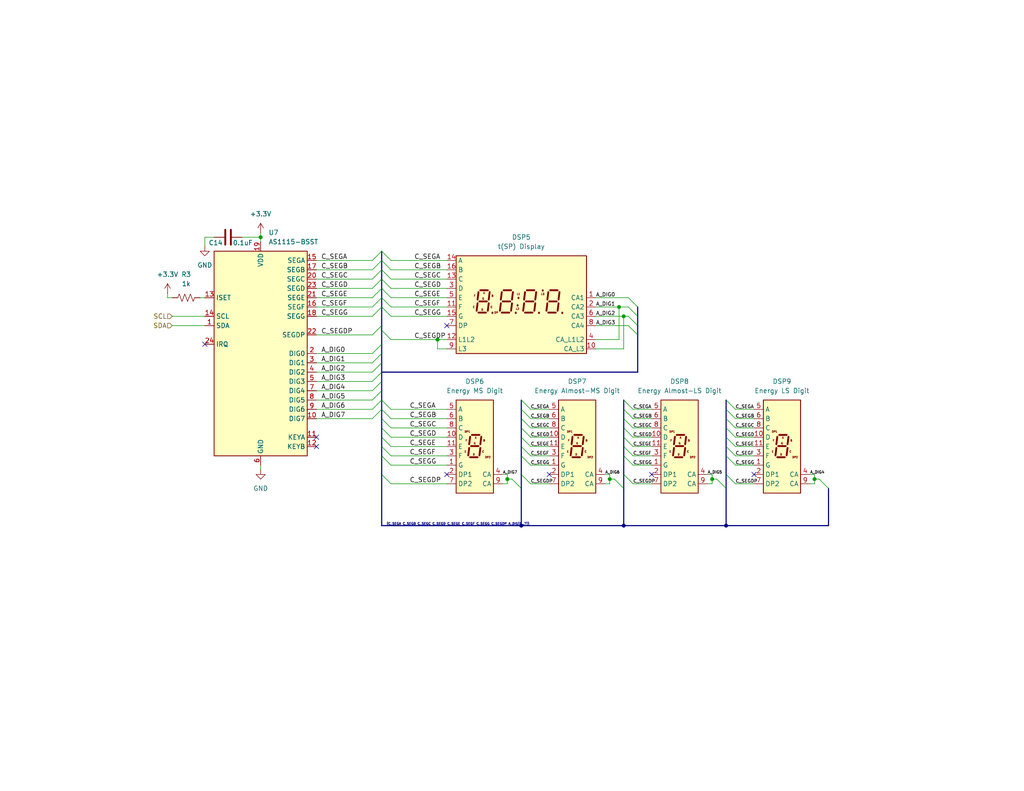
<source format=kicad_sch>
(kicad_sch (version 20250114) (generator "eeschema") (generator_version "9.0")
  (paper "USLetter")
  (lib_symbols
    (symbol "Device:C" (pin_numbers (hide yes)) (pin_names (offset 0.254))
      (property "Reference" "C" (at 0.635 2.54 0))
      (property "Value" "C" (at 0.635 -2.54 0))
      (symbol "C_0_1"
        (polyline (pts (xy -2.032 0.762) (xy 2.032 0.762)) (stroke (width 0.508)))
        (polyline (pts (xy -2.032 -0.762) (xy 2.032 -0.762)) (stroke (width 0.508)))
      )
      (symbol "C_1_1"
        (pin passive line (at 0 3.81 270) (length 2.794) (name "~") (number "1"))
        (pin passive line (at 0 -3.81 90) (length 2.794) (name "~") (number "2"))
      )
    )
    (symbol "Device:R_US" (pin_numbers (hide yes)) (pin_names (offset 0))
      (property "Reference" "R" (at 2.54 0 90))
      (property "Value" "R_US" (at -2.54 0 90))
      (symbol "R_US_0_1"
        (polyline (pts (xy 0 2.286) (xy 0 2.54)))
        (polyline (pts (xy 0 2.286) (xy 1.016 1.905) (xy 0 1.524) (xy -1.016 1.143) (xy 0 0.762)))
        (polyline (pts (xy 0 0.762) (xy 1.016 0.381) (xy 0 0) (xy -1.016 -0.381) (xy 0 -0.762)))
        (polyline (pts (xy 0 -0.762) (xy 1.016 -1.143) (xy 0 -1.524) (xy -1.016 -1.905) (xy 0 -2.286)))
        (polyline (pts (xy 0 -2.286) (xy 0 -2.54)))
      )
      (symbol "R_US_1_1"
        (pin passive line (at 0 3.81 270) (length 1.27) (name "~") (number "1"))
        (pin passive line (at 0 -3.81 90) (length 1.27) (name "~") (number "2"))
      )
    )
    (symbol "Interface_Expansion:AS1115-BSST"
      (property "Reference" "U7" (at 2.1433 33.02 0))
      (property "Value" "AS1115-BSST" (at 2.1433 30.48 0))
      (symbol "AS1115-BSST_0_1"
        (rectangle (start -12.7 27.94) (end 12.7 -27.94) (stroke (width 0.254)) (fill (type background)))
      )
      (symbol "AS1115-BSST_1_1"
        (pin passive line (at -15.24 15.24 0) (length 2.54) (name "ISET") (number "13"))
        (pin input line (at -15.24 10.16 0) (length 2.54) (name "SCL") (number "14"))
        (pin bidirectional line (at -15.24 7.62 0) (length 2.54) (name "SDA") (number "1"))
        (pin open_collector line (at -15.24 2.54 0) (length 2.54) (name "IRQ") (number "24"))
        (pin power_in line (at 0 30.48 270) (length 2.54) (name "VDD") (number "19"))
        (pin power_in line (at 0 -30.48 90) (length 2.54) (name "GND") (number "6"))
        (pin output line (at 15.24 25.4 180) (length 2.54) (name "SEGA") (number "15"))
        (pin output line (at 15.24 22.86 180) (length 2.54) (name "SEGB") (number "17"))
        (pin output line (at 15.24 20.32 180) (length 2.54) (name "SEGC") (number "20"))
        (pin output line (at 15.24 17.78 180) (length 2.54) (name "SEGD") (number "23"))
        (pin output line (at 15.24 15.24 180) (length 2.54) (name "SEGE") (number "21"))
        (pin output line (at 15.24 12.7 180) (length 2.54) (name "SEGF") (number "16"))
        (pin output line (at 15.24 10.16 180) (length 2.54) (name "SEGG") (number "18"))
        (pin output line (at 15.24 5.08 180) (length 2.54) (name "SEGDP") (number "22"))
        (pin output line (at 15.24 0 180) (length 2.54) (name "DIG0") (number "2"))
        (pin output line (at 15.24 -2.54 180) (length 2.54) (name "DIG1") (number "3"))
        (pin output line (at 15.24 -5.08 180) (length 2.54) (name "DIG2") (number "4"))
        (pin output line (at 15.24 -7.62 180) (length 2.54) (name "DIG3") (number "5"))
        (pin output line (at 15.24 -10.16 180) (length 2.54) (name "DIG4") (number "7"))
        (pin output line (at 15.24 -12.7 180) (length 2.54) (name "DIG5") (number "8"))
        (pin output line (at 15.24 -15.24 180) (length 2.54) (name "DIG6") (number "9"))
        (pin output line (at 15.24 -17.78 180) (length 2.54) (name "DIG7") (number "10"))
        (pin open_collector line (at 15.24 -22.86 180) (length 2.54) (name "KEYA") (number "11"))
        (pin open_collector line (at 15.24 -25.4 180) (length 2.54) (name "KEYB") (number "12"))
      )
    )
    (symbol "power:+3.3V" (power) (pin_numbers (hide yes)) (pin_names (offset 0) (hide yes))
      (property "Value" "+3.3V" (at 0 3.556 0))
      (symbol "+3.3V_0_1"
        (polyline (pts (xy -0.762 1.27) (xy 0 2.54)))
        (polyline (pts (xy 0 2.54) (xy 0.762 1.27)))
        (polyline (pts (xy 0 0) (xy 0 2.54)))
      )
      (symbol "+3.3V_1_1"
        (pin power_in line (at 0 0 90) (length 0) (name "~") (number "1"))
      )
    )
    (symbol "power:GND" (power) (pin_numbers (hide yes)) (pin_names (offset 0) (hide yes))
      (property "Value" "GND" (at 0 -3.81 0))
      (symbol "GND_0_1"
        (polyline (pts (xy 0 0) (xy 0 -1.27) (xy 1.27 -1.27) (xy 0 -2.54) (xy -1.27 -1.27) (xy 0 -1.27)))
      )
      (symbol "GND_1_1"
        (pin power_in line (at 0 0 270) (length 0) (name "~") (number "1"))
      )
    )
    (symbol "sen_LED:HDSM-281x"
      (property "Reference" "DSP" (at -3.81 13.97 0))
      (property "Value" "HDSM-281x" (at 6.35 13.97 0))
      (symbol "HDSM-281x_1_0"
        (text "E" (at -2.54 -1.397 0) (effects (font (size 0.508 0.508))))
        (text "F" (at -2.286 1.651 0) (effects (font (size 0.508 0.508))))
        (text "D" (at -0.254 -2.159 0) (effects (font (size 0.508 0.508))))
        (text "G" (at 0 0.889 0) (effects (font (size 0.508 0.508))))
        (text "A" (at 0.254 2.413 0) (effects (font (size 0.508 0.508))))
        (text "C" (at 2.286 -1.397 0) (effects (font (size 0.508 0.508))))
        (text "B" (at 2.54 1.651 0) (effects (font (size 0.508 0.508))))
      )
      (symbol "HDSM-281x_1_1"
        (rectangle (start -5.08 12.7) (end 5.08 -12.7) (stroke (width 0.254)) (fill (type background)))
        (polyline (pts (xy -1.524 -0.381) (xy -1.778 -2.413)) (stroke (width 0.508)))
        (polyline (pts (xy -1.27 2.667) (xy -1.524 0.635)) (stroke (width 0.508)))
        (polyline (pts (xy -1.27 -2.921) (xy 0.762 -2.921)) (stroke (width 0.508)))
        (polyline (pts (xy -1.016 0.127) (xy 1.016 0.127)) (stroke (width 0.508)))
        (polyline (pts (xy -0.762 3.175) (xy 1.27 3.175)) (stroke (width 0.508)))
        (polyline (pts (xy 1.524 -0.381) (xy 1.27 -2.413)) (stroke (width 0.508)))
        (polyline (pts (xy 1.778 2.667) (xy 1.524 0.635)) (stroke (width 0.508)))
        (polyline (pts (xy 2.54 -2.921) (xy 2.54 -2.921)) (stroke (width 0.508)))
        (text "DP1" (at -2.032 4.064 0) (effects (font (size 0.508 0.508))))
        (text "DP2" (at 3.556 -2.921 0) (effects (font (size 0.508 0.508))))
        (pin input line (at -7.62 10.16 0) (length 2.54) (name "A") (number "5"))
        (pin input line (at -7.62 7.62 0) (length 2.54) (name "B") (number "6"))
        (pin input line (at -7.62 5.08 0) (length 2.54) (name "C") (number "8"))
        (pin input line (at -7.62 2.54 0) (length 2.54) (name "D") (number "10"))
        (pin input line (at -7.62 0 0) (length 2.54) (name "E") (number "11"))
        (pin input line (at -7.62 -2.54 0) (length 2.54) (name "F") (number "3"))
        (pin input line (at -7.62 -5.08 0) (length 2.54) (name "G") (number "1"))
        (pin input line (at -7.62 -7.62 0) (length 2.54) (name "DP1") (number "2"))
        (pin input line (at -7.62 -10.16 0) (length 2.54) (name "DP2") (number "7"))
        (pin input line (at 7.62 -7.62 180) (length 2.54) (name "CA") (number "4"))
        (pin input line (at 7.62 -10.16 180) (length 2.54) (name "CA") (number "9"))
      )
    )
    (symbol "sen_LED:MSQC4xx1C"
      (property "Reference" "U" (at -17.78 12.7 0))
      (property "Value" "MSQC4xx1C" (at 17.78 12.7 0))
      (symbol "MSQC4xx1C_0_1"
        (rectangle (start -17.78 11.43) (end 17.78 -15.24) (stroke (width 0.254)) (fill (type background)))
        (polyline (pts (xy -6.604 -4.953) (xy -6.604 -4.953)) (stroke (width 0.254)))
      )
      (symbol "MSQC4xx1C_1_0"
        (text "E" (at -12.954 -2.54 0) (effects (font (size 0.508 0.508))))
        (text "F" (at -12.7 0.508 0) (effects (font (size 0.508 0.508))))
        (text "D" (at -10.668 -3.302 0) (effects (font (size 0.508 0.508))))
        (text "G" (at -10.414 -0.254 0) (effects (font (size 0.508 0.508))))
        (text "A" (at -10.16 1.27 0) (effects (font (size 0.508 0.508))))
        (text "C" (at -8.128 -2.54 0) (effects (font (size 0.508 0.508))))
        (text "B" (at -7.874 0.508 0) (effects (font (size 0.508 0.508))))
        (text "DP" (at -6.858 -4.064 0) (effects (font (size 0.508 0.508))))
        (text "L2" (at -1.016 -3.048 0) (effects (font (size 0.508 0.508))))
        (text "L1" (at -0.762 1.016 0) (effects (font (size 0.508 0.508))))
        (text "L3" (at 5.842 1.016 0) (effects (font (size 0.508 0.508))))
      )
      (symbol "MSQC4xx1C_1_1"
        (polyline (pts (xy -11.938 -1.524) (xy -12.192 -3.556)) (stroke (width 0.508)))
        (polyline (pts (xy -11.684 1.524) (xy -11.938 -0.508)) (stroke (width 0.508)))
        (polyline (pts (xy -11.684 -4.064) (xy -9.652 -4.064)) (stroke (width 0.508)))
        (polyline (pts (xy -11.43 -1.016) (xy -9.398 -1.016)) (stroke (width 0.508)))
        (polyline (pts (xy -11.176 2.032) (xy -9.144 2.032)) (stroke (width 0.508)))
        (polyline (pts (xy -8.89 -1.524) (xy -9.144 -3.556)) (stroke (width 0.508)))
        (polyline (pts (xy -8.636 1.524) (xy -8.89 -0.508)) (stroke (width 0.508)))
        (polyline (pts (xy -7.874 -4.191) (xy -7.874 -4.064)) (stroke (width 0.508)))
        (polyline (pts (xy -5.588 -1.524) (xy -5.842 -3.556)) (stroke (width 0.508)))
        (polyline (pts (xy -5.334 1.524) (xy -5.588 -0.508)) (stroke (width 0.508)))
        (polyline (pts (xy -5.334 -4.064) (xy -3.302 -4.064)) (stroke (width 0.508)))
        (polyline (pts (xy -5.08 -1.016) (xy -3.048 -1.016)) (stroke (width 0.508)))
        (polyline (pts (xy -4.826 2.032) (xy -2.794 2.032)) (stroke (width 0.508)))
        (polyline (pts (xy -2.54 -1.524) (xy -2.794 -3.556)) (stroke (width 0.508)))
        (polyline (pts (xy -2.286 1.524) (xy -2.54 -0.508)) (stroke (width 0.508)))
        (polyline (pts (xy -1.524 -4.191) (xy -1.524 -4.064)) (stroke (width 0.508)))
        (polyline (pts (xy -1.016 -2.159) (xy -1.016 -2.032)) (stroke (width 0.508)))
        (polyline (pts (xy -0.762 -0.127) (xy -0.762 0)) (stroke (width 0.508)))
        (polyline (pts (xy 0.762 -1.524) (xy 0.508 -3.556)) (stroke (width 0.508)))
        (polyline (pts (xy 1.016 1.524) (xy 0.762 -0.508)) (stroke (width 0.508)))
        (polyline (pts (xy 1.016 -4.064) (xy 3.048 -4.064)) (stroke (width 0.508)))
        (polyline (pts (xy 1.27 -1.016) (xy 3.302 -1.016)) (stroke (width 0.508)))
        (polyline (pts (xy 1.524 2.032) (xy 3.556 2.032)) (stroke (width 0.508)))
        (polyline (pts (xy 3.81 -1.524) (xy 3.556 -3.556)) (stroke (width 0.508)))
        (polyline (pts (xy 4.064 1.524) (xy 3.81 -0.508)) (stroke (width 0.508)))
        (polyline (pts (xy 4.826 -4.191) (xy 4.826 -4.064)) (stroke (width 0.508)))
        (polyline (pts (xy 5.842 1.905) (xy 5.842 2.032)) (stroke (width 0.508)))
        (polyline (pts (xy 7.112 -1.524) (xy 6.858 -3.556)) (stroke (width 0.508)))
        (polyline (pts (xy 7.366 1.524) (xy 7.112 -0.508)) (stroke (width 0.508)))
        (polyline (pts (xy 7.366 -4.064) (xy 9.398 -4.064)) (stroke (width 0.508)))
        (polyline (pts (xy 7.62 -1.016) (xy 9.652 -1.016)) (stroke (width 0.508)))
        (polyline (pts (xy 7.874 2.032) (xy 9.906 2.032)) (stroke (width 0.508)))
        (polyline (pts (xy 10.16 -1.524) (xy 9.906 -3.556)) (stroke (width 0.508)))
        (polyline (pts (xy 10.414 1.524) (xy 10.16 -0.508)) (stroke (width 0.508)))
        (polyline (pts (xy 11.176 -4.191) (xy 11.176 -4.064)) (stroke (width 0.508)))
        (pin input line (at -20.32 10.16 0) (length 2.54) (name "A") (number "14"))
        (pin input line (at -20.32 7.62 0) (length 2.54) (name "B") (number "16"))
        (pin input line (at -20.32 5.08 0) (length 2.54) (name "C") (number "13"))
        (pin input line (at -20.32 2.54 0) (length 2.54) (name "D") (number "3"))
        (pin input line (at -20.32 0 0) (length 2.54) (name "E") (number "5"))
        (pin input line (at -20.32 -2.54 0) (length 2.54) (name "F") (number "11"))
        (pin input line (at -20.32 -5.08 0) (length 2.54) (name "G") (number "15"))
        (pin input line (at -20.32 -7.62 0) (length 2.54) (name "DP") (number "7"))
        (pin input line (at -20.32 -11.43 0) (length 2.54) (name "L1L2") (number "12"))
        (pin input line (at -20.32 -13.97 0) (length 2.54) (name "L3") (number "9"))
        (pin input line (at 20.32 0 180) (length 2.54) (name "CA1") (number "1"))
        (pin input line (at 20.32 -2.54 180) (length 2.54) (name "CA2") (number "2"))
        (pin input line (at 20.32 -5.08 180) (length 2.54) (name "CA3") (number "6"))
        (pin input line (at 20.32 -7.62 180) (length 2.54) (name "CA4") (number "8"))
        (pin input line (at 20.32 -11.43 180) (length 2.54) (name "CA_L1L2") (number "4"))
        (pin input line (at 20.32 -13.97 180) (length 2.54) (name "CA_L3") (number "10"))
      )
    )
  )
  (junction (at 119.38 92.71))
  (junction (at 194.31 130.81))
  (junction (at 142.24 143.51))
  (junction (at 71.12 64.77))
  (junction (at 168.91 83.82))
  (junction (at 198.12 143.51))
  (junction (at 222.25 130.81))
  (junction (at 138.43 130.81))
  (junction (at 166.37 130.81))
  (junction (at 170.18 143.51))
  (junction (at 170.18 86.36))
  (no_connect (at 121.92 129.54))
  (no_connect (at 86.36 121.92))
  (no_connect (at 149.86 129.54))
  (no_connect (at 121.92 88.9))
  (no_connect (at 177.8 129.54))
  (no_connect (at 86.36 119.38))
  (no_connect (at 55.88 93.98))
  (no_connect (at 205.74 129.54))
  (bus_entry (at 106.68 127) (size -2.54 -2.54))
  (bus_entry (at 104.14 81.28) (size -2.54 2.54))
  (bus_entry (at 172.72 114.3) (size -2.54 -2.54))
  (bus_entry (at 200.66 124.46) (size -2.54 -2.54))
  (bus_entry (at 200.66 114.3) (size -2.54 -2.54))
  (bus_entry (at 171.45 88.9) (size 2.54 2.54))
  (bus_entry (at 104.14 78.74) (size 2.54 2.54))
  (bus_entry (at 200.66 119.38) (size -2.54 -2.54))
  (bus_entry (at 106.68 124.46) (size -2.54 -2.54))
  (bus_entry (at 200.66 111.76) (size -2.54 -2.54))
  (bus_entry (at 144.78 111.76) (size -2.54 -2.54))
  (bus_entry (at 172.72 121.92) (size -2.54 -2.54))
  (bus_entry (at 200.66 127) (size -2.54 -2.54))
  (bus_entry (at 172.72 124.46) (size -2.54 -2.54))
  (bus_entry (at 104.14 109.22) (size -2.54 2.54))
  (bus_entry (at 106.68 132.08) (size -2.54 -2.54))
  (bus_entry (at 104.14 68.58) (size -2.54 2.54))
  (bus_entry (at 104.14 104.14) (size -2.54 2.54))
  (bus_entry (at 104.14 88.9) (size -2.54 2.54))
  (bus_entry (at 172.72 119.38) (size -2.54 -2.54))
  (bus_entry (at 104.14 71.12) (size 2.54 2.54))
  (bus_entry (at 195.58 130.81) (size 2.54 2.54))
  (bus_entry (at 171.45 83.82) (size 2.54 2.54))
  (bus_entry (at 104.14 111.76) (size -2.54 2.54))
  (bus_entry (at 104.14 90.17) (size 2.54 2.54))
  (bus_entry (at 106.68 121.92) (size -2.54 -2.54))
  (bus_entry (at 171.45 81.28) (size 2.54 2.54))
  (bus_entry (at 171.45 86.36) (size 2.54 2.54))
  (bus_entry (at 104.14 99.06) (size -2.54 2.54))
  (bus_entry (at 172.72 111.76) (size -2.54 -2.54))
  (bus_entry (at 144.78 121.92) (size -2.54 -2.54))
  (bus_entry (at 104.14 73.66) (size -2.54 2.54))
  (bus_entry (at 106.68 119.38) (size -2.54 -2.54))
  (bus_entry (at 144.78 132.08) (size -2.54 -2.54))
  (bus_entry (at 223.52 130.81) (size 2.54 2.54))
  (bus_entry (at 104.14 96.52) (size -2.54 2.54))
  (bus_entry (at 144.78 124.46) (size -2.54 -2.54))
  (bus_entry (at 104.14 93.98) (size -2.54 2.54))
  (bus_entry (at 104.14 106.68) (size -2.54 2.54))
  (bus_entry (at 104.14 73.66) (size 2.54 2.54))
  (bus_entry (at 144.78 114.3) (size -2.54 -2.54))
  (bus_entry (at 144.78 119.38) (size -2.54 -2.54))
  (bus_entry (at 106.68 116.84) (size -2.54 -2.54))
  (bus_entry (at 104.14 101.6) (size -2.54 2.54))
  (bus_entry (at 104.14 83.82) (size -2.54 2.54))
  (bus_entry (at 200.66 116.84) (size -2.54 -2.54))
  (bus_entry (at 139.7 130.81) (size 2.54 2.54))
  (bus_entry (at 106.68 114.3) (size -2.54 -2.54))
  (bus_entry (at 144.78 116.84) (size -2.54 -2.54))
  (bus_entry (at 167.64 130.81) (size 2.54 2.54))
  (bus_entry (at 104.14 68.58) (size 2.54 2.54))
  (bus_entry (at 200.66 121.92) (size -2.54 -2.54))
  (bus_entry (at 104.14 71.12) (size -2.54 2.54))
  (bus_entry (at 200.66 132.08) (size -2.54 -2.54))
  (bus_entry (at 144.78 127) (size -2.54 -2.54))
  (bus_entry (at 172.72 127) (size -2.54 -2.54))
  (bus_entry (at 104.14 76.2) (size 2.54 2.54))
  (bus_entry (at 172.72 132.08) (size -2.54 -2.54))
  (bus_entry (at 104.14 83.82) (size 2.54 2.54))
  (bus_entry (at 104.14 76.2) (size -2.54 2.54))
  (bus_entry (at 104.14 81.28) (size 2.54 2.54))
  (bus_entry (at 172.72 116.84) (size -2.54 -2.54))
  (bus_entry (at 104.14 78.74) (size -2.54 2.54))
  (bus_entry (at 106.68 111.76) (size -2.54 -2.54))
  (wire (pts (xy 86.36 73.66) (xy 101.6 73.66)))
  (wire (pts (xy 86.36 96.52) (xy 101.6 96.52)))
  (wire (pts (xy 222.25 130.81) (xy 222.25 132.08)))
  (wire (pts (xy 200.66 121.92) (xy 205.74 121.92)))
  (wire (pts (xy 166.37 132.08) (xy 166.37 130.81)))
  (bus (pts (xy 198.12 111.76) (xy 198.12 114.3)))
  (wire (pts (xy 66.04 64.77) (xy 71.12 64.77)))
  (wire (pts (xy 172.72 127) (xy 177.8 127)))
  (wire (pts (xy 222.25 129.54) (xy 222.25 130.81)))
  (wire (pts (xy 86.36 101.6) (xy 101.6 101.6)))
  (wire (pts (xy 144.78 119.38) (xy 149.86 119.38)))
  (wire (pts (xy 86.36 114.3) (xy 101.6 114.3)))
  (bus (pts (xy 198.12 114.3) (xy 198.12 116.84)))
  (bus (pts (xy 170.18 119.38) (xy 170.18 121.92)))
  (bus (pts (xy 104.14 143.51) (xy 142.24 143.51)))
  (bus (pts (xy 198.12 119.38) (xy 198.12 121.92)))
  (bus (pts (xy 170.18 109.22) (xy 170.18 111.76)))
  (bus (pts (xy 198.12 133.35) (xy 198.12 143.51)))
  (wire (pts (xy 45.72 80.01) (xy 45.72 81.28)))
  (bus (pts (xy 104.14 73.66) (xy 104.14 76.2)))
  (bus (pts (xy 198.12 124.46) (xy 198.12 129.54)))
  (bus (pts (xy 173.99 91.44) (xy 173.99 101.6)))
  (wire (pts (xy 86.36 76.2) (xy 101.6 76.2)))
  (wire (pts (xy 71.12 64.77) (xy 71.12 66.04)))
  (wire (pts (xy 106.68 132.08) (xy 121.92 132.08)))
  (wire (pts (xy 168.91 83.82) (xy 171.45 83.82)))
  (wire (pts (xy 194.31 129.54) (xy 194.31 130.81)))
  (wire (pts (xy 220.98 129.54) (xy 222.25 129.54)))
  (bus (pts (xy 142.24 116.84) (xy 142.24 119.38)))
  (wire (pts (xy 194.31 130.81) (xy 194.31 132.08)))
  (wire (pts (xy 144.78 116.84) (xy 149.86 116.84)))
  (wire (pts (xy 170.18 86.36) (xy 171.45 86.36)))
  (wire (pts (xy 144.78 111.76) (xy 149.86 111.76)))
  (wire (pts (xy 106.68 83.82) (xy 121.92 83.82)))
  (wire (pts (xy 172.72 119.38) (xy 177.8 119.38)))
  (bus (pts (xy 142.24 124.46) (xy 142.24 129.54)))
  (bus (pts (xy 104.14 116.84) (xy 104.14 119.38)))
  (wire (pts (xy 55.88 64.77) (xy 58.42 64.77)))
  (wire (pts (xy 200.66 132.08) (xy 205.74 132.08)))
  (wire (pts (xy 46.99 88.9) (xy 55.88 88.9)))
  (wire (pts (xy 200.66 127) (xy 205.74 127)))
  (wire (pts (xy 166.37 130.81) (xy 167.64 130.81)))
  (wire (pts (xy 138.43 130.81) (xy 138.43 132.08)))
  (wire (pts (xy 172.72 114.3) (xy 177.8 114.3)))
  (bus (pts (xy 104.14 88.9) (xy 104.14 90.17)))
  (wire (pts (xy 200.66 119.38) (xy 205.74 119.38)))
  (wire (pts (xy 106.68 124.46) (xy 121.92 124.46)))
  (bus (pts (xy 170.18 116.84) (xy 170.18 119.38)))
  (bus (pts (xy 173.99 83.82) (xy 173.99 86.36)))
  (bus (pts (xy 104.14 101.6) (xy 104.14 104.14)))
  (wire (pts (xy 193.04 129.54) (xy 194.31 129.54)))
  (bus (pts (xy 173.99 86.36) (xy 173.99 88.9)))
  (bus (pts (xy 104.14 114.3) (xy 104.14 116.84)))
  (bus (pts (xy 170.18 111.76) (xy 170.18 114.3)))
  (bus (pts (xy 198.12 143.51) (xy 226.06 143.51)))
  (bus (pts (xy 104.14 106.68) (xy 104.14 109.22)))
  (wire (pts (xy 165.1 129.54) (xy 166.37 129.54)))
  (wire (pts (xy 106.68 81.28) (xy 121.92 81.28)))
  (wire (pts (xy 106.68 121.92) (xy 121.92 121.92)))
  (wire (pts (xy 106.68 78.74) (xy 121.92 78.74)))
  (bus (pts (xy 142.24 111.76) (xy 142.24 114.3)))
  (wire (pts (xy 106.68 116.84) (xy 121.92 116.84)))
  (bus (pts (xy 170.18 143.51) (xy 198.12 143.51)))
  (wire (pts (xy 200.66 124.46) (xy 205.74 124.46)))
  (bus (pts (xy 170.18 114.3) (xy 170.18 116.84)))
  (wire (pts (xy 86.36 86.36) (xy 101.6 86.36)))
  (wire (pts (xy 172.72 132.08) (xy 177.8 132.08)))
  (wire (pts (xy 106.68 71.12) (xy 121.92 71.12)))
  (bus (pts (xy 170.18 133.35) (xy 170.18 143.51)))
  (wire (pts (xy 162.56 83.82) (xy 168.91 83.82)))
  (wire (pts (xy 194.31 130.81) (xy 195.58 130.81)))
  (wire (pts (xy 55.88 67.31) (xy 55.88 64.77)))
  (wire (pts (xy 119.38 95.25) (xy 121.92 95.25)))
  (wire (pts (xy 144.78 132.08) (xy 149.86 132.08)))
  (wire (pts (xy 86.36 109.22) (xy 101.6 109.22)))
  (bus (pts (xy 170.18 124.46) (xy 170.18 129.54)))
  (wire (pts (xy 86.36 78.74) (xy 101.6 78.74)))
  (wire (pts (xy 86.36 91.44) (xy 101.6 91.44)))
  (wire (pts (xy 119.38 92.71) (xy 119.38 95.25)))
  (wire (pts (xy 137.16 132.08) (xy 138.43 132.08)))
  (bus (pts (xy 104.14 104.14) (xy 104.14 106.68)))
  (bus (pts (xy 170.18 129.54) (xy 170.18 133.35)))
  (wire (pts (xy 222.25 132.08) (xy 220.98 132.08)))
  (bus (pts (xy 104.14 83.82) (xy 104.14 88.9)))
  (wire (pts (xy 106.68 76.2) (xy 121.92 76.2)))
  (wire (pts (xy 200.66 111.76) (xy 205.74 111.76)))
  (bus (pts (xy 142.24 129.54) (xy 142.24 133.35)))
  (wire (pts (xy 166.37 129.54) (xy 166.37 130.81)))
  (bus (pts (xy 104.14 78.74) (xy 104.14 81.28)))
  (wire (pts (xy 172.72 111.76) (xy 177.8 111.76)))
  (bus (pts (xy 142.24 143.51) (xy 170.18 143.51)))
  (bus (pts (xy 104.14 101.6) (xy 173.99 101.6)))
  (wire (pts (xy 165.1 132.08) (xy 166.37 132.08)))
  (bus (pts (xy 104.14 129.54) (xy 104.14 143.51)))
  (wire (pts (xy 144.78 121.92) (xy 149.86 121.92)))
  (bus (pts (xy 104.14 124.46) (xy 104.14 129.54)))
  (bus (pts (xy 104.14 76.2) (xy 104.14 78.74)))
  (wire (pts (xy 144.78 124.46) (xy 149.86 124.46)))
  (wire (pts (xy 172.72 121.92) (xy 177.8 121.92)))
  (wire (pts (xy 138.43 130.81) (xy 139.7 130.81)))
  (wire (pts (xy 172.72 116.84) (xy 177.8 116.84)))
  (wire (pts (xy 194.31 132.08) (xy 193.04 132.08)))
  (wire (pts (xy 144.78 127) (xy 149.86 127)))
  (wire (pts (xy 54.61 81.28) (xy 55.88 81.28)))
  (bus (pts (xy 198.12 116.84) (xy 198.12 119.38)))
  (bus (pts (xy 142.24 109.22) (xy 142.24 111.76)))
  (wire (pts (xy 71.12 128.27) (xy 71.12 127)))
  (wire (pts (xy 168.91 92.71) (xy 162.56 92.71)))
  (bus (pts (xy 104.14 109.22) (xy 104.14 111.76)))
  (wire (pts (xy 138.43 129.54) (xy 138.43 130.81)))
  (wire (pts (xy 46.99 86.36) (xy 55.88 86.36)))
  (wire (pts (xy 162.56 81.28) (xy 171.45 81.28)))
  (bus (pts (xy 173.99 88.9) (xy 173.99 91.44)))
  (wire (pts (xy 86.36 99.06) (xy 101.6 99.06)))
  (bus (pts (xy 142.24 121.92) (xy 142.24 124.46)))
  (bus (pts (xy 104.14 71.12) (xy 104.14 73.66)))
  (wire (pts (xy 144.78 114.3) (xy 149.86 114.3)))
  (bus (pts (xy 142.24 133.35) (xy 142.24 143.51)))
  (wire (pts (xy 106.68 92.71) (xy 119.38 92.71)))
  (wire (pts (xy 172.72 124.46) (xy 177.8 124.46)))
  (wire (pts (xy 106.68 119.38) (xy 121.92 119.38)))
  (bus (pts (xy 104.14 96.52) (xy 104.14 99.06)))
  (wire (pts (xy 86.36 106.68) (xy 101.6 106.68)))
  (wire (pts (xy 119.38 92.71) (xy 121.92 92.71)))
  (wire (pts (xy 162.56 86.36) (xy 170.18 86.36)))
  (wire (pts (xy 86.36 111.76) (xy 101.6 111.76)))
  (wire (pts (xy 162.56 95.25) (xy 170.18 95.25)))
  (bus (pts (xy 104.14 81.28) (xy 104.14 83.82)))
  (wire (pts (xy 162.56 88.9) (xy 171.45 88.9)))
  (wire (pts (xy 86.36 71.12) (xy 101.6 71.12)))
  (bus (pts (xy 104.14 121.92) (xy 104.14 124.46)))
  (bus (pts (xy 104.14 90.17) (xy 104.14 93.98)))
  (bus (pts (xy 104.14 68.58) (xy 104.14 71.12)))
  (wire (pts (xy 106.68 114.3) (xy 121.92 114.3)))
  (wire (pts (xy 71.12 63.5) (xy 71.12 64.77)))
  (bus (pts (xy 170.18 121.92) (xy 170.18 124.46)))
  (wire (pts (xy 168.91 83.82) (xy 168.91 92.71)))
  (bus (pts (xy 226.06 133.35) (xy 226.06 143.51)))
  (wire (pts (xy 106.68 111.76) (xy 121.92 111.76)))
  (wire (pts (xy 86.36 81.28) (xy 101.6 81.28)))
  (bus (pts (xy 198.12 121.92) (xy 198.12 124.46)))
  (wire (pts (xy 200.66 116.84) (xy 205.74 116.84)))
  (bus (pts (xy 142.24 114.3) (xy 142.24 116.84)))
  (bus (pts (xy 104.14 111.76) (xy 104.14 114.3)))
  (wire (pts (xy 137.16 129.54) (xy 138.43 129.54)))
  (wire (pts (xy 200.66 114.3) (xy 205.74 114.3)))
  (wire (pts (xy 86.36 104.14) (xy 101.6 104.14)))
  (wire (pts (xy 45.72 81.28) (xy 46.99 81.28)))
  (bus (pts (xy 198.12 129.54) (xy 198.12 133.35)))
  (wire (pts (xy 106.68 127) (xy 121.92 127)))
  (bus (pts (xy 142.24 119.38) (xy 142.24 121.92)))
  (bus (pts (xy 198.12 109.22) (xy 198.12 111.76)))
  (wire (pts (xy 106.68 73.66) (xy 121.92 73.66)))
  (wire (pts (xy 106.68 86.36) (xy 121.92 86.36)))
  (wire (pts (xy 170.18 95.25) (xy 170.18 86.36)))
  (bus (pts (xy 104.14 99.06) (xy 104.14 101.6)))
  (wire (pts (xy 86.36 83.82) (xy 101.6 83.82)))
  (bus (pts (xy 104.14 119.38) (xy 104.14 121.92)))
  (wire (pts (xy 222.25 130.81) (xy 223.52 130.81)))
  (bus (pts (xy 104.14 93.98) (xy 104.14 96.52)))
  (label "C_SEGC" (at 172.72 116.84 0) (effects (font (size 0.889 0.889))))
  (label "C_SEGA" (at 172.72 111.76 0) (effects (font (size 0.889 0.889))))
  (label "C_SEGE" (at 144.78 121.92 0) (effects (font (size 0.889 0.889))))
  (label "C_SEGB" (at 113.03 73.66 0))
  (label "C_SEGG" (at 144.78 127 0) (effects (font (size 0.889 0.889))))
  (label "C_SEGDP" (at 144.78 132.08 0) (effects (font (size 0.889 0.889))))
  (label "A_DIG7" (at 137.16 129.54 0) (effects (font (size 0.762 0.762))))
  (label "C_SEGD" (at 113.03 78.74 0))
  (label "C_SEGA" (at 144.78 111.76 0) (effects (font (size 0.889 0.889))))
  (label "C_SEGC" (at 200.66 116.84 0) (effects (font (size 0.889 0.889))))
  (label "C_SEGDP" (at 113.03 92.71 0))
  (label "C_SEGC" (at 111.76 116.84 0))
  (label "A_DIG2" (at 162.56 86.36 0) (effects (font (size 1.016 1.016))))
  (label "A_DIG4" (at 87.63 106.68 0))
  (label "C_SEGG" (at 200.66 127 0) (effects (font (size 0.889 0.889))))
  (label "C_SEGG" (at 172.72 127 0) (effects (font (size 0.889 0.889))))
  (label "C_SEGB" (at 172.72 114.3 0) (effects (font (size 0.889 0.889))))
  (label "C_SEGA" (at 113.03 71.12 0))
  (label "C_SEGF" (at 111.76 124.46 0))
  (label "A_DIG3" (at 162.5866 88.9 0) (effects (font (size 1.016 1.016))))
  (label "A_DIG2" (at 87.63 101.6 0))
  (label "C_SEGDP" (at 172.72 132.08 0) (effects (font (size 0.889 0.889))))
  (label "C_SEGA" (at 111.76 111.76 0))
  (label "C_SEGC" (at 87.63 76.2 0))
  (label "C_SEGE" (at 113.03 81.28 0))
  (label "{C_SEGA C_SEGB C_SEGC C_SEGD C_SEGE C_SEGF C_SEGG C_SEGDP A_DIG[0..7]}" (at 105.41 143.51 0) (effects (font (size 0.635 0.635))))
  (label "C_SEGC" (at 113.03 76.2 0))
  (label "A_DIG6" (at 165.1 129.54 0) (effects (font (size 0.762 0.762))))
  (label "C_SEGF" (at 113.03 83.82 0))
  (label "C_SEGD" (at 200.66 119.38 0) (effects (font (size 0.889 0.889))))
  (label "C_SEGB" (at 111.76 114.3 0))
  (label "C_SEGE" (at 111.76 121.92 0))
  (label "A_DIG5" (at 193.04 129.54 0) (effects (font (size 0.762 0.762))))
  (label "A_DIG1" (at 87.63 99.06 0))
  (label "C_SEGG" (at 113.03 86.36 0))
  (label "C_SEGF" (at 87.63 83.82 0))
  (label "C_SEGD" (at 111.76 119.38 0))
  (label "C_SEGD" (at 172.72 119.38 0) (effects (font (size 0.889 0.889))))
  (label "A_DIG5" (at 87.63 109.22 0))
  (label "C_SEGG" (at 111.76 127 0))
  (label "A_DIG7" (at 87.63 114.3 0))
  (label "C_SEGDP" (at 87.63 91.44 0))
  (label "C_SEGE" (at 200.66 121.92 0) (effects (font (size 0.889 0.889))))
  (label "C_SEGF" (at 144.78 124.46 0) (effects (font (size 0.889 0.889))))
  (label "C_SEGG" (at 87.63 86.36 0))
  (label "A_DIG0" (at 87.63 96.52 0))
  (label "C_SEGA" (at 87.63 71.12 0))
  (label "C_SEGC" (at 144.78 116.84 0) (effects (font (size 0.889 0.889))))
  (label "A_DIG1" (at 162.56 83.82 0) (effects (font (size 1.016 1.016))))
  (label "C_SEGD" (at 144.78 119.38 0) (effects (font (size 0.889 0.889))))
  (label "A_DIG4" (at 220.98 129.54 0) (effects (font (size 0.762 0.762))))
  (label "C_SEGA" (at 200.66 111.76 0) (effects (font (size 0.889 0.889))))
  (label "C_SEGB" (at 87.63 73.66 0))
  (label "A_DIG3" (at 87.63 104.14 0))
  (label "C_SEGF" (at 172.72 124.46 0) (effects (font (size 0.889 0.889))))
  (label "C_SEGD" (at 87.63 78.74 0))
  (label "C_SEGB" (at 200.66 114.3 0) (effects (font (size 0.889 0.889))))
  (label "C_SEGDP" (at 111.76 132.08 0))
  (label "A_DIG0" (at 162.56 81.28 0) (effects (font (size 1.016 1.016))))
  (label "C_SEGF" (at 200.66 124.46 0) (effects (font (size 0.889 0.889))))
  (label "A_DIG6" (at 87.63 111.76 0))
  (label "C_SEGE" (at 87.63 81.28 0))
  (label "C_SEGB" (at 144.78 114.3 0) (effects (font (size 0.889 0.889))))
  (label "C_SEGDP" (at 200.66 132.08 0) (effects (font (size 0.889 0.889))))
  (label "C_SEGE" (at 172.72 121.92 0) (effects (font (size 0.889 0.889))))
  (hierarchical_label "SCL" (shape input) (at 46.99 86.36 180))
  (hierarchical_label "SDA" (shape input) (at 46.99 88.9 180))
  (symbol (lib_id "sen_LED:HDSM-281x") (at 185.42 121.92 0) (unit 1)
    (property "Reference" "DSP8" (at 185.42 104.14 0))
    (property "Value" "Energy Almost-LS Digit" (at 185.42 106.68 0))
    (property "Footprint" "Sen_Display:Broadcom-HDSM-281x_283x" (effects (hide yes)))
    (property "Datasheet" "https://docs.broadcom.com/doc/HDSM-281x-283x-0-28-in-Single-Digit-SMT-LED-Display-DS" (effects (hide yes)))
    (property "Description" "One digit 7 segment, common anode" (effects (hide yes)))
  )
  (symbol (lib_id "power:GND") (at 71.12 128.27 0) (unit 1)
    (property "Reference" "#PWR0102" (effects (hide yes)))
    (property "Value" "GND" (at 71.12 133.35 0))
    (property "Description" "Power symbol creates a global label with name \"GND\" , ground" (effects (hide yes)))
  )
  (symbol (lib_id "sen_LED:HDSM-281x") (at 213.36 121.92 0) (unit 1)
    (property "Reference" "DSP9" (at 213.36 104.14 0))
    (property "Value" "Energy LS Digit" (at 213.36 106.68 0))
    (property "Footprint" "Sen_Display:Broadcom-HDSM-281x_283x" (effects (hide yes)))
    (property "Datasheet" "https://docs.broadcom.com/doc/HDSM-281x-283x-0-28-in-Single-Digit-SMT-LED-Display-DS" (effects (hide yes)))
    (property "Description" "One digit 7 segment, common anode" (effects (hide yes)))
  )
  (symbol (lib_id "Interface_Expansion:AS1115-BSST") (at 71.12 96.52 0) (unit 1)
    (property "Reference" "U7" (at 73.2633 63.5 0) (effects (justify left)))
    (property "Value" "AS1115-BSST" (at 73.2633 66.04 0) (effects (justify left)))
    (property "Footprint" "Package_SO:QSOP-24_3.9x8.7mm_P0.635mm" (effects (hide yes)))
    (property "Datasheet" "https://ams.com/documents/20143/36005/AS1115_DS000206_1-00.pdf/3d3e6d35-b184-1329-adf9-2d769eb2404f" (effects (hide yes)))
    (property "Description" "64 LEDs, I2C Interfaced LED Driver with Keyscan, QSOP-24" (effects (hide yes)))
  )
  (symbol (lib_id "power:+3.3V") (at 45.72 80.01 0) (unit 1)
    (property "Reference" "#PWR042" (effects (hide yes)))
    (property "Value" "+3.3V" (at 45.72 74.93 0))
    (property "Description" "Power symbol creates a global label with name \"+3.3V\"" (effects (hide yes)))
  )
  (symbol (lib_id "Device:C") (at 62.23 64.77 270) (mirror x) (unit 1)
    (property "Reference" "C14" (at 56.896 66.294 90) (effects (justify left)))
    (property "Value" "0.1uF" (at 63.5 66.294 90) (effects (justify left)))
    (property "Footprint" "Capacitor_SMD:C_0603_1608Metric" (effects (hide yes)))
    (property "Description" "Unpolarized capacitor" (effects (hide yes)))
  )
  (symbol (lib_id "Device:R_US") (at 50.8 81.28 90) (unit 1)
    (property "Reference" "R3" (at 50.8 74.93 90))
    (property "Value" "1k" (at 50.8 77.47 90))
    (property "Footprint" "Resistor_SMD:R_0603_1608Metric" (effects (hide yes)))
    (property "Description" "Resistor, US symbol" (effects (hide yes)))
  )
  (symbol (lib_id "power:GND") (at 55.88 67.31 0) (unit 1)
    (property "Reference" "#PWR041" (effects (hide yes)))
    (property "Value" "GND" (at 55.88 72.39 0))
    (property "Description" "Power symbol creates a global label with name \"GND\" , ground" (effects (hide yes)))
  )
  (symbol (lib_id "sen_LED:MSQC4xx1C") (at 142.24 81.28 0) (unit 1)
    (property "Reference" "DSP5" (at 142.24 64.77 0))
    (property "Value" "t(SP) Display" (at 142.24 67.31 0))
    (property "Footprint" "Sen_Display:Fairchild-MSQC4XX1C" (effects (hide yes)))
    (property "Datasheet" "https://mm.digikey.com/Volume0/opasdata/d220001/medias/docus/3937/MSQxx11C.pdf" (effects (hide yes)))
    (property "Description" "4 digit 7 segment clock type, common anode" (effects (hide yes)))
  )
  (symbol (lib_id "sen_LED:HDSM-281x") (at 157.48 121.92 0) (unit 1)
    (property "Reference" "DSP7" (at 157.48 104.14 0))
    (property "Value" "Energy Almost-MS Digit" (at 157.48 106.68 0))
    (property "Footprint" "Sen_Display:Broadcom-HDSM-281x_283x" (effects (hide yes)))
    (property "Datasheet" "https://docs.broadcom.com/doc/HDSM-281x-283x-0-28-in-Single-Digit-SMT-LED-Display-DS" (effects (hide yes)))
    (property "Description" "One digit 7 segment, common anode" (effects (hide yes)))
  )
  (symbol (lib_id "power:+3.3V") (at 71.12 63.5 0) (unit 1)
    (property "Reference" "#PWR0101" (effects (hide yes)))
    (property "Value" "+3.3V" (at 71.12 58.42 0))
    (property "Description" "Power symbol creates a global label with name \"+3.3V\"" (effects (hide yes)))
  )
  (symbol (lib_id "sen_LED:HDSM-281x") (at 129.54 121.92 0) (unit 1)
    (property "Reference" "DSP6" (at 129.54 104.14 0))
    (property "Value" "Energy MS Digit" (at 129.54 106.68 0))
    (property "Footprint" "Sen_Display:Broadcom-HDSM-281x_283x" (effects (hide yes)))
    (property "Datasheet" "https://docs.broadcom.com/doc/HDSM-281x-283x-0-28-in-Single-Digit-SMT-LED-Display-DS" (effects (hide yes)))
    (property "Description" "One digit 7 segment, common anode" (effects (hide yes)))
  )
)
</source>
